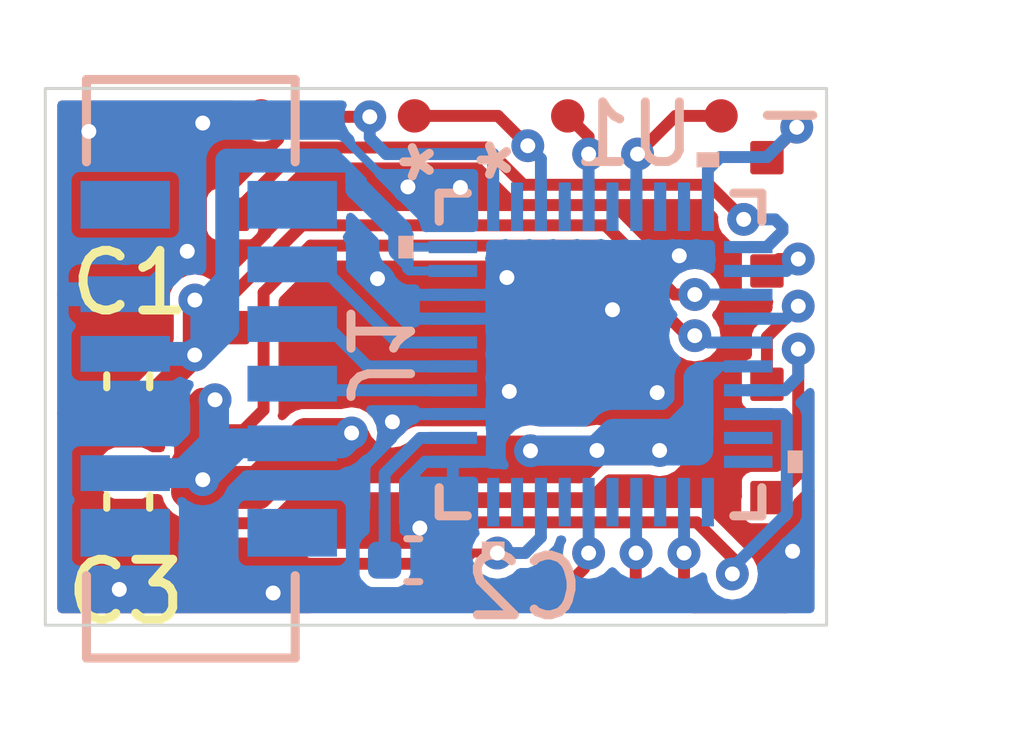
<source format=kicad_pcb>
(kicad_pcb (version 20240108) (generator "pcbnew") (generator_version "8.0")
  (layers (0 "F.Cu" signal) (31 "B.Cu" signal) (34 "B.Paste" user) (35 "F.Paste" user) (36 "B.SilkS" user "B.Silkscreen") (37 "F.SilkS" user "F.Silkscreen") (38 "B.Mask" user) (39 "F.Mask" user) (44 "Edge.Cuts" user))
  (net 0 "")
  (net 1 "+5V")
  (net 2 "GND")
  (net 3 "Net-(U1-VCAP)")
  (net 4 "/VLED")
  (net 6 "/SDA")
  (net 7 "/SCL")
  (net 8 "/Vsync")
  (net 9 "/Col5")
  (net 10 "/Col6")
  (net 11 "/Col7")
  (net 12 "/Row7")
  (net 14 "/Row2")
  (net 15 "/Col2")
  (net 16 "/Col3")
  (net 17 "/Row1")
  (net 19 "/Row4")
  (net 21 "/Row3")
  (net 25 "/Col4")
  (net 26 "/Row6")
  (net 27 "/Col1")
  (net 28 "/Row5")
  (net 30 "/Col8")
  (net 33 "/Row8")
  (footprint "Capacitor_SMD:C_0402_1005Metric" (layer "F.Cu") (at 47.52 34.61 90)
    (property "Reference" "C1" (at 1.65 0.03 180) (layer "F.SilkS"))
    (property "Value" "1µF")
    (fp_line (start -0.107836 -0.36) (end 0.107836 -0.36) (stroke (width 0.12)) (layer "F.SilkS"))
    (fp_line (start -0.107836 0.36) (end 0.107836 0.36) (stroke (width 0.12)) (layer "F.SilkS"))
    (pad "1" smd roundrect (at -0.48 0 90) (size 0.56 0.62) (layers "F.Cu" "F.Paste" "F.Mask") (net 1 "+5V"))
    (pad "2" smd roundrect (at 0.48 0 90) (size 0.56 0.62) (layers "F.Cu" "F.Paste" "F.Mask") (net 2 "GND"))
  )
  (footprint "Capacitor_SMD:C_0402_1005Metric" (layer "F.Cu") (at 47.52 36.63 90)
    (property "Reference" "C3" (at -1.51 -0.04 0) (layer "F.SilkS"))
    (property "Value" "1µF")
    (fp_line (start -0.107836 -0.36) (end 0.107836 -0.36) (stroke (width 0.12)) (layer "F.SilkS"))
    (fp_line (start -0.107836 0.36) (end 0.107836 0.36) (stroke (width 0.12)) (layer "F.SilkS"))
    (pad "1" smd roundrect (at -0.48 0 90) (size 0.56 0.62) (layers "F.Cu" "F.Paste" "F.Mask") (net 2 "GND"))
    (pad "2" smd roundrect (at 0.48 0 90) (size 0.56 0.62) (layers "F.Cu" "F.Paste" "F.Mask") (net 4 "/VLED"))
  )
  (footprint "Capacitor_SMD:C_0402_1005Metric" (layer "B.Cu") (at 52.3 37.61)
    (property "Reference" "C2" (at 1.86 0.46 180) (layer "B.SilkS") (effects (justify mirror)))
    (property "Value" "1µF")
    (fp_line (start 0.107836 -0.36) (end -0.107836 -0.36) (stroke (width 0.12)) (layer "B.SilkS"))
    (fp_line (start 0.107836 0.36) (end -0.107836 0.36) (stroke (width 0.12)) (layer "B.SilkS"))
    (pad "1" smd roundrect (at -0.48 0) (size 0.56 0.62) (layers "B.Cu" "B.Paste" "B.Mask") (net 3 "Net-(U1-VCAP)"))
    (pad "2" smd roundrect (at 0.48 0) (size 0.56 0.62) (layers "B.Cu" "B.Paste" "B.Mask") (net 2 "GND"))
  )
  (footprint "Custom:heatsink" (layer "B.Cu") (at 59.23 29.95 180)
    (property "Reference" "HS1" (hide yes))
    (property "Value" "Heatsink")
  )
  (footprint "Custom:CON_525590870_MOL - 8x ribbon vert" (layer "B.Cu") (at 48.87 34.4 -90)
    (property "Reference" "J1" (at -0.25 -2.84 -90) (layer "B.SilkS") (effects (justify mirror)))
    (property "Value" "0525590870" (hide yes))
    (fp_line (start -4.84999 2.050001) (end -3.470035 2.050001) (stroke (width 0.1524)) (layer "B.SilkS"))
    (fp_line (start 3.470035 2.050001) (end 4.84999 2.050001) (stroke (width 0.1524)) (layer "B.SilkS"))
    (fp_line (start 4.84999 2.050001) (end 4.84999 -1.45) (stroke (width 0.1524)) (layer "B.SilkS"))
    (fp_line (start -4.84999 -1.45) (end -4.84999 2.050001) (stroke (width 0.1524)) (layer "B.SilkS"))
    (fp_line (start -3.470035 -1.45) (end -4.84999 -1.45) (stroke (width 0.1524)) (layer "B.SilkS"))
    (fp_line (start 4.84999 -1.45) (end 3.470035 -1.45) (stroke (width 0.1524)) (layer "B.SilkS"))
    (fp_text user "*" (at -3.95 -4.4 90) (layer "B.SilkS") (effects (justify left bottom mirror)))
    (pad "1" smd rect (at -1.749996 -1.4 270) (size 0.6 1.5) (layers "B.Cu" "B.Paste" "B.Mask") (net 6 "/SDA"))
    (pad "2" smd rect (at -1.249996 1.4 270) (size 0.6 1.5) (layers "B.Cu" "B.Paste" "B.Mask") (net 2 "GND"))
    (pad "3" smd rect (at -0.749996 -1.4 270) (size 0.6 1.5) (layers "B.Cu" "B.Paste" "B.Mask") (net 7 "/SCL"))
    (pad "4" smd rect (at -0.249996 1.4 270) (size 0.6 1.5) (layers "B.Cu" "B.Paste" "B.Mask") (net 1 "+5V"))
    (pad "5" smd rect (at 0.250004 -1.4 270) (size 0.6 1.5) (layers "B.Cu" "B.Paste" "B.Mask") (net 8 "/Vsync"))
    (pad "6" smd rect (at 0.750004 1.4 270) (size 0.6 1.5) (layers "B.Cu" "B.Paste" "B.Mask") (net 2 "GND"))
    (pad "7" smd rect (at 1.250004 -1.4 270) (size 0.6 1.5) (layers "B.Cu" "B.Paste" "B.Mask") (net 4 "/VLED"))
    (pad "8" smd rect (at 1.750004 1.4 270) (size 0.6 1.5) (layers "B.Cu" "B.Paste" "B.Mask") (net 4 "/VLED"))
    (pad "9" smd rect (at -2.749995 -1.4 270) (size 0.8 1.5) (layers "B.Cu" "B.Paste" "B.Mask"))
    (pad "9" smd rect (at -2.749995 1.4 270) (size 0.8 1.5) (layers "B.Cu" "B.Paste" "B.Mask"))
    (pad "9" smd rect (at 2.749995 -1.4 270) (size 0.8 1.5) (layers "B.Cu" "B.Paste" "B.Mask"))
    (pad "9" smd rect (at 2.749995 1.4 270) (size 0.8 1.5) (layers "B.Cu" "B.Paste" "B.Mask"))
  )
  (footprint "Custom:VQFN40-RKP_TEX" (layer "B.Cu") (at 55.44 34.16 -90)
    (property "Reference" "U1" (at -3.69 -0.56 0) (layer "B.SilkS") (effects (justify mirror)))
    (property "Value" "LP5868TRKPR" (hide yes))
    (fp_line (start -2.7051 2.7051) (end -2.7051 2.234339) (stroke (width 0.1524)) (layer "B.SilkS"))
    (fp_line (start -2.234339 2.7051) (end -2.7051 2.7051) (stroke (width 0.1524)) (layer "B.SilkS"))
    (fp_line (start 2.7051 2.7051) (end 2.234339 2.7051) (stroke (width 0.1524)) (layer "B.SilkS"))
    (fp_line (start 2.7051 2.234339) (end 2.7051 2.7051) (stroke (width 0.1524)) (layer "B.SilkS"))
    (fp_line (start -2.7051 -2.234339) (end -2.7051 -2.7051) (stroke (width 0.1524)) (layer "B.SilkS"))
    (fp_line (start -2.7051 -2.7051) (end -2.234339 -2.7051) (stroke (width 0.1524)) (layer "B.SilkS"))
    (fp_line (start 2.234339 -2.7051) (end 2.7051 -2.7051) (stroke (width 0.1524)) (layer "B.SilkS"))
    (fp_line (start 2.7051 -2.7051) (end 2.7051 -2.234339) (stroke (width 0.1524)) (layer "B.SilkS"))
    (fp_poly (pts (xy -1.990499 3.1369) (xy -1.990499 3.3909) (xy -1.609499 3.3909) (xy -1.609499 3.1369)) (fill solid) (layer "B.SilkS"))
    (fp_poly (pts (xy 3.3909 1.990499) (xy 3.3909 1.609499) (xy 3.1369 1.609499) (xy 3.1369 1.990499)) (fill solid) (layer "B.SilkS"))
    (fp_poly (pts (xy -3.3909 -1.609499) (xy -3.3909 -1.990499) (xy -3.1369 -1.990499) (xy -3.1369 -1.609499)) (fill solid) (layer "B.SilkS"))
    (fp_poly (pts (xy 1.609499 -3.1369) (xy 1.609499 -3.3909) (xy 1.990499 -3.3909) (xy 1.990499 -3.1369)) (fill solid) (layer "B.SilkS"))
    (fp_text user "*" (at -3.26 1.46 90) (layer "B.SilkS") (effects (justify mirror)))
    (pad "1" smd rect (at -2.4765 1.799999 180) (size 0.2032 0.8128) (layers "B.Cu" "B.Paste" "B.Mask") (net 33 "/Row8"))
    (pad "2" smd rect (at -2.4765 1.4 180) (size 0.2032 0.8128) (layers "B.Cu" "B.Paste" "B.Mask"))
    (pad "3" smd rect (at -2.4765 1.000001 180) (size 0.2032 0.8128) (layers "B.Cu" "B.Paste" "B.Mask") (net 26 "/Row6"))
    (pad "4" smd rect (at -2.4765 0.599999 180) (size 0.2032 0.8128) (layers "B.Cu" "B.Paste" "B.Mask"))
    (pad "5" smd rect (at -2.4765 0.2 180) (size 0.2032 0.8128) (layers "B.Cu" "B.Paste" "B.Mask") (net 19 "/Row4"))
    (pad "6" smd rect (at -2.4765 -0.2 180) (size 0.2032 0.8128) (layers "B.Cu" "B.Paste" "B.Mask"))
    (pad "7" smd rect (at -2.4765 -0.599999 180) (size 0.2032 0.8128) (layers "B.Cu" "B.Paste" "B.Mask") (net 14 "/Row2"))
    (pad "8" smd rect (at -2.4765 -1.000001 180) (size 0.2032 0.8128) (layers "B.Cu" "B.Paste" "B.Mask"))
    (pad "9" smd rect (at -2.4765 -1.4 180) (size 0.2032 0.8128) (layers "B.Cu" "B.Paste" "B.Mask"))
    (pad "10" smd rect (at -2.4765 -1.799999 180) (size 0.2032 0.8128) (layers "B.Cu" "B.Paste" "B.Mask") (net 27 "/Col1"))
    (pad "11" smd rect (at -1.799999 -2.4765 270) (size 0.2032 0.8128) (layers "B.Cu" "B.Paste" "B.Mask") (net 15 "/Col2"))
    (pad "12" smd rect (at -1.4 -2.4765 270) (size 0.2032 0.8128) (layers "B.Cu" "B.Paste" "B.Mask") (net 16 "/Col3"))
    (pad "13" smd rect (at -1.000001 -2.4765 270) (size 0.2032 0.8128) (layers "B.Cu" "B.Paste" "B.Mask") (net 25 "/Col4"))
    (pad "14" smd rect (at -0.599999 -2.4765 270) (size 0.2032 0.8128) (layers "B.Cu" "B.Paste" "B.Mask") (net 9 "/Col5"))
    (pad "15" smd rect (at -0.2 -2.4765 270) (size 0.2032 0.8128) (layers "B.Cu" "B.Paste" "B.Mask") (net 10 "/Col6"))
    (pad "16" smd rect (at 0.2 -2.4765 270) (size 0.2032 0.8128) (layers "B.Cu" "B.Paste" "B.Mask") (net 4 "/VLED"))
    (pad "17" smd rect (at 0.599999 -2.4765 270) (size 0.2032 0.8128) (layers "B.Cu" "B.Paste" "B.Mask") (net 11 "/Col7"))
    (pad "18" smd rect (at 1.000001 -2.4765 270) (size 0.2032 0.8128) (layers "B.Cu" "B.Paste" "B.Mask") (net 30 "/Col8"))
    (pad "19" smd rect (at 1.4 -2.4765 270) (size 0.2032 0.8128) (layers "B.Cu" "B.Paste" "B.Mask"))
    (pad "20" smd rect (at 1.799999 -2.4765 270) (size 0.2032 0.8128) (layers "B.Cu" "B.Paste" "B.Mask"))
    (pad "21" smd rect (at 2.4765 -1.799999 180) (size 0.2032 0.8128) (layers "B.Cu" "B.Paste" "B.Mask"))
    (pad "22" smd rect (at 2.4765 -1.4 180) (size 0.2032 0.8128) (layers "B.Cu" "B.Paste" "B.Mask") (net 17 "/Row1"))
    (pad "23" smd rect (at 2.4765 -1.000001 180) (size 0.2032 0.8128) (layers "B.Cu" "B.Paste" "B.Mask"))
    (pad "24" smd rect (at 2.4765 -0.599999 180) (size 0.2032 0.8128) (layers "B.Cu" "B.Paste" "B.Mask") (net 21 "/Row3"))
    (pad "25" smd rect (at 2.4765 -0.2 180) (size 0.2032 0.8128) (layers "B.Cu" "B.Paste" "B.Mask"))
    (pad "26" smd rect (at 2.4765 0.2 180) (size 0.2032 0.8128) (layers "B.Cu" "B.Paste" "B.Mask") (net 28 "/Row5"))
    (pad "27" smd rect (at 2.4765 0.599999 180) (size 0.2032 0.8128) (layers "B.Cu" "B.Paste" "B.Mask"))
    (pad "28" smd rect (at 2.4765 1.000001 180) (size 0.2032 0.8128) (layers "B.Cu" "B.Paste" "B.Mask") (net 12 "/Row7"))
    (pad "29" smd rect (at 2.4765 1.4 180) (size 0.2032 0.8128) (layers "B.Cu" "B.Paste" "B.Mask"))
    (pad "30" smd rect (at 2.4765 1.799999 180) (size 0.2032 0.8128) (layers "B.Cu" "B.Paste" "B.Mask"))
    (pad "31" smd rect (at 1.799999 2.4765 270) (size 0.2032 0.8128) (layers "B.Cu" "B.Paste" "B.Mask") (net 2 "GND"))
    (pad "32" smd rect (at 1.4 2.4765 270) (size 0.2032 0.8128) (layers "B.Cu" "B.Paste" "B.Mask") (net 3 "Net-(U1-VCAP)"))
    (pad "33" smd rect (at 1.000001 2.4765 270) (size 0.2032 0.8128) (layers "B.Cu" "B.Paste" "B.Mask") (net 2 "GND"))
    (pad "34" smd rect (at 0.599999 2.4765 270) (size 0.2032 0.8128) (layers "B.Cu" "B.Paste" "B.Mask") (net 8 "/Vsync"))
    (pad "35" smd rect (at 0.2 2.4765 270) (size 0.2032 0.8128) (layers "B.Cu" "B.Paste" "B.Mask") (net 7 "/SCL"))
    (pad "36" smd rect (at -0.2 2.4765 270) (size 0.2032 0.8128) (layers "B.Cu" "B.Paste" "B.Mask") (net 6 "/SDA"))
    (pad "37" smd rect (at -0.599999 2.4765 270) (size 0.2032 0.8128) (layers "B.Cu" "B.Paste" "B.Mask") (net 2 "GND"))
    (pad "38" smd rect (at -1.000001 2.4765 270) (size 0.2032 0.8128) (layers "B.Cu" "B.Paste" "B.Mask") (net 2 "GND"))
    (pad "39" smd rect (at -1.4 2.4765 270) (size 0.2032 0.8128) (layers "B.Cu" "B.Paste" "B.Mask") (net 1 "+5V"))
    (pad "40" smd rect (at -1.799999 2.4765 270) (size 0.2032 0.8128) (layers "B.Cu" "B.Paste" "B.Mask") (net 1 "+5V"))
  )
  (gr_circle (center 54.89 30.16) (end 54.89 30.390217) (stroke (width 0.1)) (fill solid) (layer "F.Cu") (net 19))
  (gr_rect (start 58 34.43) (end 58.46 34.89) (stroke (width 0.1)) (fill solid) (layer "F.Cu") (net 9))
  (gr_circle (center 57.46 30.16) (end 57.46 30.390217) (stroke (width 0.1)) (fill solid) (layer "F.Cu") (net 14))
  (gr_rect (start 58 30.63) (end 58.46 31.09) (stroke (width 0.1)) (fill solid) (layer "F.Cu") (net 27))
  (gr_circle (center 56.16 38.21) (end 56.16 38.440217) (stroke (width 0.1)) (fill solid) (layer "F.Cu") (net 21))
  (gr_rect (start 49.04 37.28) (end 49.5 37.74) (stroke (width 0.1)) (fill solid) (layer "F.Cu") (net 30))
  (gr_rect (start 58 36.33) (end 58.46 36.79) (stroke (width 0.1)) (fill solid) (layer "F.Cu") (net 11))
  (gr_rect (start 49.04 31.58) (end 49.5 32.04) (stroke (width 0.1)) (fill solid) (layer "F.Cu") (net 15))
  (gr_rect (start 49.04 35.38) (end 49.5 35.84) (stroke (width 0.1)) (fill solid) (layer "F.Cu") (net 10))
  (gr_circle (center 49.75 30.16) (end 49.75 30.390217) (stroke (width 0.1)) (fill solid) (layer "F.Cu") (net 33))
  (gr_circle (center 58.73 38.21) (end 58.73 38.440217) (stroke (width 0.1)) (fill solid) (layer "F.Cu") (net 17))
  (gr_circle (center 51.02 38.21) (end 51.02 38.440217) (stroke (width 0.1)) (fill solid) (layer "F.Cu") (net 12))
  (gr_circle (center 53.59 38.21) (end 53.59 38.440217) (stroke (width 0.1)) (fill solid) (layer "F.Cu") (net 28))
  (gr_rect (start 49.04 33.48) (end 49.5 33.94) (stroke (width 0.1)) (fill solid) (layer "F.Cu") (net 25))
  (gr_rect (start 58 32.53) (end 58.46 32.99) (stroke (width 0.1)) (fill solid) (layer "F.Cu") (net 16))
  (gr_circle (center 52.32 30.16) (end 52.32 30.390217) (stroke (width 0.1)) (fill solid) (layer "F.Cu") (net 26))
  (gr_rect (start 46.13 29.7) (end 59.23 38.7) (stroke (width 0.05)) (fill none) (layer "Edge.Cuts"))
  (gr_text "-" (at 57.9 30.66 0) (layer "B.SilkS") (effects (font (size 1 1)) (justify left bottom)))
  (gr_text "-" (at 57.9 30.66 0) (layer "F.SilkS") (effects (font (size 1 1)) (justify left bottom)))
  (segment (start 48.635002 34.17) (end 48.635002 34.334998) (width 0.15) (layer "F.Cu") (net 1))
  (segment (start 48.635002 33.24985) (end 48.637223 33.247629) (width 0.15) (layer "F.Cu") (net 1))
  (segment (start 47.715002 35.09) (end 47.52 35.09) (width 0.4) (layer "F.Cu") (net 1))
  (segment (start 48.635002 34.17) (end 48.635002 33.24985) (width 0.4) (layer "F.Cu") (net 1))
  (segment (start 48.635002 34.17) (end 47.715002 35.09) (width 0.4) (layer "F.Cu") (net 1))
  (via (at 48.635002 34.17) (size 0.55) (drill 0.25) (layers "F.Cu" "B.Cu") (net 1))
  (via (at 48.637223 33.247629) (size 0.55) (drill 0.25) (layers "F.Cu" "B.Cu") (net 1))
  (segment (start 52.23 32.15) (end 52.08 32.15) (width 0.15) (layer "B.Cu") (net 1))
  (segment (start 50.990005 31.040005) (end 50.93 30.98) (width 0.14) (layer "B.Cu") (net 1))
  (segment (start 51.23 31.040005) (end 50.990005 31.040005) (width 0.14) (layer "B.Cu") (net 1))
  (segment (start 47.47 34.150004) (end 48.615006 34.150004) (width 0.4) (layer "B.Cu") (net 1))
  (segment (start 50.93 30.98) (end 50.93 30.910005) (width 0.14) (layer "B.Cu") (net 1))
  (segment (start 51.450129 31.239515) (end 51.450129 31.459871) (width 0.14) (layer "B.Cu") (net 1))
  (segment (start 51.370258 31.38) (end 51.33 31.38) (width 0.14) (layer "B.Cu") (net 1))
  (segment (start 52.23 32.15) (end 52.23 32.38) (width 0.15) (layer "B.Cu") (net 1))
  (segment (start 52.19 32.727035) (end 52.19 32.687035) (width 0.15) (layer "B.Cu") (net 1))
  (segment (start 49.18 33.73) (end 49.18 31.17) (width 0.4) (layer "B.Cu") (net 1))
  (segment (start 48.635002 34.17) (end 48.74 34.17) (width 0.4) (layer "B.Cu") (net 1))
  (segment (start 52.23 32.76) (end 52.23 32.727035) (width 0.15) (layer "B.Cu") (net 1))
  (segment (start 52.249999 32.360001) (end 52.23 32.38) (width 0.15) (layer "B.Cu") (net 1))
  (segment (start 51.370258 31.38) (end 51.370258 31.239742) (width 0.14) (layer "B.Cu") (net 1))
  (segment (start 51.33 31.38) (end 51.23 31.28) (width 0.14) (layer "B.Cu") (net 1))
  (segment (start 48.637223 34.167779) (end 48.635002 34.17) (width 0.15) (layer "B.Cu") (net 1))
  (segment (start 51.98 31.989742) (end 52.08 32.089742) (width 0.4) (layer "B.Cu") (net 1))
  (segment (start 48.74 34.17) (end 49.18 33.73) (width 0.4) (layer "B.Cu") (net 1))
  (segment (start 51.370258 31.38) (end 51.36 31.38) (width 0.4) (layer "B.Cu") (net 1))
  (segment (start 50.990614 30.78) (end 50.55 30.78) (width 0.14) (layer "B.Cu") (net 1))
  (segment (start 52.08 32.089742) (end 52.08 32.400258) (width 0.4) (layer "B.Cu") (net 1))
  (segment (start 52.23 32.38) (end 52.23 32.76) (width 0.15) (layer "B.Cu") (net 1))
  (segment (start 52.23 32.76) (end 52.9635 32.76) (width 0.15) (layer "B.Cu") (net 1))
  (segment (start 49.18 30.910005) (end 50.4 30.910005) (width 0.4) (layer "B.Cu") (net 1))
  (segment (start 49.18 31.17) (end 49.18 30.910005) (width 0.4) (layer "B.Cu") (net 1))
  (segment (start 50.93 30.910005) (end 51.120619 30.910005) (width 0.14) (layer "B.Cu") (net 1))
  (segment (start 50.62 30.910005) (end 50.93 30.910005) (width 0.4) (layer "B.Cu") (net 1))
  (segment (start 48.637223 33.247629) (end 48.637223 34.167779) (width 0.15) (layer "B.Cu") (net 1))
  (segment (start 51.370258 31.38) (end 51.370258 31.159644) (width 0.14) (layer "B.Cu") (net 1))
  (segment (start 52.9635 32.360001) (end 52.249999 32.360001) (width 0.15) (layer "B.Cu") (net 1))
  (segment (start 52.23 32.727035) (end 52.19 32.727035) (width 0.15) (layer "B.Cu") (net 1))
  (segment (start 51.98 31.989742) (end 51.450129 31.459871) (width 0.4) (layer "B.Cu") (net 1))
  (segment (start 51.370258 31.159644) (end 50.990614 30.78) (width 0.14) (layer "B.Cu") (net 1))
  (segment (start 51.120619 30.910005) (end 51.450129 31.239515) (width 0.14) (layer "B.Cu") (net 1))
  (segment (start 51.370258 31.239742) (end 51.410307 31.199693) (width 0.14) (layer "B.Cu") (net 1))
  (segment (start 50.4 30.910005) (end 50.62 30.910005) (width 0.4) (layer "B.Cu") (net 1))
  (segment (start 51.450129 31.459871) (end 51.370258 31.38) (width 0.4) (layer "B.Cu") (net 1))
  (segment (start 51.23 31.28) (end 51.23 31.040005) (width 0.14) (layer "B.Cu") (net 1))
  (segment (start 47.02 34.150004) (end 47.47 34.150004) (width 0.2) (layer "B.Cu") (net 1))
  (segment (start 52.19 32.687035) (end 51.986482 32.483517) (width 0.15) (layer "B.Cu") (net 1))
  (segment (start 48.615006 34.150004) (end 48.635002 34.17) (width 0.4) (layer "B.Cu") (net 1))
  (segment (start 49.905832 31.655) (end 52.62 31.655) (width 0.2) (layer "F.Cu") (net 2))
  (segment (start 47.92 37.12) (end 48.05 36.99) (width 0.2) (layer "F.Cu") (net 2))
  (segment (start 56.745098 32.49) (end 56.76 32.504902) (width 0.2) (layer "F.Cu") (net 2))
  (segment (start 57.71 33.110122) (end 57.71 36.54) (width 0.2) (layer "F.Cu") (net 2))
  (segment (start 57.119168 31.655) (end 57.119168 31.902488) (width 0.2) (layer "F.Cu") (net 2))
  (segment (start 57.71 36.910122) (end 58.259878 37.46) (width 0.2) (layer "F.Cu") (net 2))
  (segment (start 57.959878 33.36) (end 58.11 33.36) (width 0.2) (layer "F.Cu") (net 2))
  (segment (start 57.615 36.635) (end 57.51 36.635) (width 0.2) (layer "F.Cu") (net 2))
  (segment (start 57.51 36.635) (end 57.51 36.67) (width 0.2) (layer "F.Cu") (net 2))
  (segment (start 57.175098 32.504902) (end 57.44834 32.23166) (width 0.2) (layer "F.Cu") (net 2))
  (segment (start 49.820416 32.129706) (end 49.820416 31.740416) (width 0.2) (layer "F.Cu") (net 2))
  (segment (start 57.119168 31.902488) (end 57.44834 32.23166) (width 0.2) (layer "F.Cu") (net 2))
  (segment (start 52.62 31.655) (end 52.795 31.655) (width 0.2) (layer "F.Cu") (net 2))
  (segment (start 49.620122 32.33) (end 49.820416 32.129706) (width 0.2) (layer "F.Cu") (net 2))
  (segment (start 57.71 33.110122) (end 57.959878 33.36) (width 0.2) (layer "F.Cu") (net 2))
  (segment (start 52.76 37.07) (end 52.41 37.07) (width 0.2) (layer "F.Cu") (net 2))
  (segment (start 57.51 36.67) (end 57.71 36.87) (width 0.2) (layer "F.Cu") (net 2))
  (segment (start 49.299167 32.33) (end 49.620122 32.33) (width 0.2) (layer "F.Cu") (net 2))
  (segment (start 57.71 36.54) (end 57.615 36.635) (width 0.2) (layer "F.Cu") (net 2))
  (segment (start 49.820416 31.740416) (end 49.905832 31.655) (width 0.2) (layer "F.Cu") (net 2))
  (segment (start 56.76 32.504902) (end 57.175098 32.504902) (width 0.2) (layer "F.Cu") (net 2))
  (segment (start 48.05 36.99) (end 52.33 36.99) (width 0.2) (layer "F.Cu") (net 2))
  (segment (start 57.51 36.635) (end 53.195 36.635) (width 0.2) (layer "F.Cu") (net 2))
  (segment (start 58.259878 37.46) (end 58.66 37.46) (width 0.2) (layer "F.Cu") (net 2))
  (segment (start 57.71 32.49332) (end 57.71 33.110122) (width 0.2) (layer "F.Cu") (net 2))
  (segment (start 52.62 31.655) (end 57.119168 31.655) (width 0.2) (layer "F.Cu") (net 2))
  (segment (start 57.71 36.87) (end 57.71 36.910122) (width 0.2) (layer "F.Cu") (net 2))
  (segment (start 52.33 36.99) (end 52.41 37.07) (width 0.2) (layer "F.Cu") (net 2))
  (segment (start 57.44834 32.23166) (end 57.71 32.49332) (width 0.2) (layer "F.Cu") (net 2))
  (segment (start 52.795 31.655) (end 52.97 31.48) (width 0.2) (layer "F.Cu") (net 2))
  (segment (start 53.195 36.635) (end 52.76 37.07) (width 0.2) (layer "F.Cu") (net 2))
  (via (at 51.7 32.89) (size 0.55) (drill 0.25) (layers "F.Cu" "B.Cu") (net 2))
  (via (at 51.95 35.29) (size 0.55) (drill 0.25) (layers "F.Cu" "B.Cu") (net 2))
  (via (at 47.37 38.1) (size 0.55) (drill 0.25) (layers "F.Cu" "B.Cu") (net 2))
  (via (at 48.51 32.43) (size 0.55) (drill 0.25) (layers "F.Cu" "B.Cu") (net 2))
  (via (at 53.09 31.36) (size 0.55) (drill 0.25) (layers "F.Cu" "B.Cu") (net 2))
  (via (at 55.64 33.41) (size 0.55) (drill 0.25) (layers "F.Cu" "B.Cu") (net 2))
  (via (at 52.21 31.35) (size 0.55) (drill 0.25) (layers "F.Cu" "B.Cu") (net 2))
  (via (at 58.66 37.46) (size 0.55) (drill 0.25) (layers "F.Cu" "B.Cu") (net 2))
  (via (at 46.86 30.42) (size 0.55) (drill 0.25) (layers "F.Cu" "B.Cu") (net 2))
  (via (at 52.41 37.07) (size 0.55) (drill 0.25) (layers "F.Cu" "B.Cu") (net 2))
  (via (at 53.91 34.78) (size 0.55) (drill 0.25) (layers "F.Cu" "B.Cu") (net 2))
  (via (at 48.77 30.28) (size 0.55) (drill 0.25) (layers "F.Cu" "B.Cu") (net 2))
  (via (at 56.76 32.504902) (size 0.55) (drill 0.25) (layers "F.Cu" "B.Cu") (net 2))
  (via (at 53.87 32.87) (size 0.55) (drill 0.25) (layers "F.Cu" "B.Cu") (net 2))
  (via (at 49.95 38.16) (size 0.55) (drill 0.25) (layers "F.Cu" "B.Cu") (net 2))
  (via (at 56.39 34.8) (size 0.55) (drill 0.25) (layers "F.Cu" "B.Cu") (net 2))
  (segment (start 51.518718 38.16) (end 52.23 38.16) (width 0.2) (layer "B.Cu") (net 2))
  (segment (start 52.21 31.35) (end 51.956594 31.35) (width 0.14) (layer "B.Cu") (net 2))
  (segment (start 51.266594 30.66) (end 51.266594 30.656594) (width 0.14) (layer "B.Cu") (net 2))
  (segment (start 52.160003 33.159999) (end 52.9635 33.159999) (width 0.2) (layer "B.Cu") (net 2))
  (segment (start 51.956594 31.35) (end 51.266594 30.66) (width 0.14) (layer "B.Cu") (net 2))
  (segment (start 46.48 38) (end 46.48 34.690004) (width 0.2) (layer "B.Cu") (net 2))
  (segment (start 52.160001 33.560001) (end 54.520001 33.560001) (width 0.2) (layer "B.Cu") (net 2))
  (segment (start 51.970001 33.160001) (end 51.7 32.89) (width 0.2) (layer "B.Cu") (net 2))
  (segment (start 48.149995 38.1) (end 47.37 38.1) (width 0.2) (layer "B.Cu") (net 2))
  (segment (start 51.679167 35.8171) (end 51.48 36.016267) (width 0.2) (layer "B.Cu") (net 2))
  (segment (start 48.46 37.329995) (end 48.46 37.789995) (width 0.2) (layer "B.Cu") (net 2))
  (segment (start 52.059999 35.160001) (end 51.93 35.29) (width 0.2) (layer "B.Cu") (net 2))
  (segment (start 52.16 36.97) (end 52.78 37.59) (width 0.2) (layer "B.Cu") (net 2))
  (segment (start 52.9635 35.160001) (end 53.749999 35.160001) (width 0.2) (layer "B.Cu") (net 2))
  (segment (start 52.160003 33.159999) (end 54.079999 33.159999) (width 0.2) (layer "B.Cu") (net 2))
  (segment (start 47.47 35.150004) (end 47.92 35.150004) (width 0.15) (layer "B.Cu") (net 2))
  (segment (start 53.749999 35.959999) (end 52.9635 35.959999) (width 0.2) (layer "B.Cu") (net 2))
  (segment (start 48.51 32.43) (end 48.51 32.50511) (width 0.4) (layer "B.Cu") (net 2))
  (segment (start 52.497933 35.959999) (end 52.16 36.297932) (width 0.2) (layer "B.Cu") (net 2))
  (segment (start 52.160001 33.160001) (end 52.160003 33.159999) (width 0.2) (layer "B.Cu") (net 2))
  (segment (start 46.58 38.1) (end 46.48 38) (width 0.2) (layer "B.Cu") (net 2))
  (segment (start 51.299996 36.91) (end 51.299996 36.549991) (width 0.2) (layer "B.Cu") (net 2))
  (segment (start 52.9635 36.5165) (end 52.41 37.07) (width 0.2) (layer "B.Cu") (net 2))
  (segment (start 51.26 36.509995) (end 49.28 36.509995) (width 0.2) (layer "B.Cu") (net 2))
  (segment (start 52.160001 33.160001) (end 51.970001 33.160001) (width 0.2) (layer "B.Cu") (net 2))
  (segment (start 52.78 37.59) (end 52.78 37.61) (width 0.2) (layer "B.Cu") (net 2))
  (segment (start 47.47 35.150004) (end 46.53 35.150004) (width 0.4) (layer "B.Cu") (net 2))
  (segment (start 52.23 38.16) (end 52.78 37.61) (width 0.2) (layer "B.Cu") (net 2))
  (segment (start 48.51 32.50511) (end 47.865106 33.150004) (width 0.4) (layer "B.Cu") (net 2))
  (segment (start 49.28 36.509995) (end 48.46 37.329995) (width 0.2) (layer "B.Cu") (net 2))
  (segment (start 52.160001 33.560001) (end 52.160001 33.160001) (width 0.2) (layer "B.Cu") (net 2))
  (segment (start 51.266594 30.656594) (end 50.89 30.28) (width 0.14) (layer "B.Cu") (net 2))
  (segment (start 47.47 33.150004) (end 46.530004 33.150004) (width 0.4) (layer "B.Cu") (net 2))
  (segment (start 47.865106 33.150004) (end 47.47 33.150004) (width 0.4) (layer "B.Cu") (net 2))
  (segment (start 53.749999 35.160001) (end 53.749999 35.959999) (width 0.2) (layer "B.Cu") (net 2))
  (segment (start 52.9635 33.560001) (end 52.160001 33.560001) (width 0.2) (layer "B.Cu") (net 2))
  (segment (start 47.37 38.1) (end 46.58 38.1) (width 0.2) (layer "B.Cu") (net 2))
  (segment (start 51.299996 36.549991) (end 51.26 36.509995) (width 0.2) (layer "B.Cu") (net 2))
  (segment (start 52.9635 35.160001) (end 52.059999 35.160001) (width 0.2) (layer "B.Cu") (net 2))
  (segment (start 52.9635 35.959999) (end 52.497933 35.959999) (width 0.2) (layer "B.Cu") (net 2))
  (segment (start 52.9635 35.959999) (end 52.9635 36.5165) (width 0.2) (layer "B.Cu") (net 2))
  (segment (start 51.93 35.29) (end 51.93 35.566268) (width 0.2) (layer "B.Cu") (net 2))
  (segment (start 51.299996 37.941278) (end 51.299996 36.91) (width 0.2) (layer "B.Cu") (net 2))
  (segment (start 51.93 35.566268) (end 51.679167 35.8171) (width 0.2) (layer "B.Cu") (net 2))
  (segment (start 51.299996 37.941278) (end 51.518718 38.16) (width 0.2) (layer "B.Cu") (net 2))
  (segment (start 48.46 37.789995) (end 48.149995 38.1) (width 0.2) (layer "B.Cu") (net 2))
  (segment (start 51.48 36.729996) (end 51.299996 36.91) (width 0.2) (layer "B.Cu") (net 2))
  (segment (start 52.16 36.297932) (end 52.16 36.97) (width 0.2) (layer "B.Cu") (net 2))
  (segment (start 51.48 36.729996) (end 51.48 36.016267) (width 0.2) (layer "B.Cu") (net 2))
  (segment (start 50.89 30.28) (end 48.77 30.28) (width 0.14) (layer "B.Cu") (net 2))
  (segment (start 52.9635 35.56) (end 52.4171 35.56) (width 0.2) (layer "B.Cu") (net 3))
  (segment (start 51.82 36.1571) (end 51.82 37.61) (width 0.2) (layer "B.Cu") (net 3))
  (segment (start 52.4171 35.56) (end 51.82 36.1571) (width 0.2) (layer "B.Cu") (net 3))
  (segment (start 55.38 35.77) (end 55.08 36.07) (width 0.5) (layer "F.Cu") (net 4))
  (segment (start 55.08 36.07) (end 51.11 36.07) (width 0.5) (layer "F.Cu") (net 4))
  (segment (start 51.265768 35.476815) (end 51.265768 35.554232) (width 0.5) (layer "F.Cu") (net 4))
  (segment (start 49.08 36.5) (end 49.3 36.28) (width 0.5) (layer "F.Cu") (net 4))
  (segment (start 55.38 35.77) (end 54.270126 35.77) (width 0.5) (layer "F.Cu") (net 4))
  (segment (start 48.77 36.26) (end 49.06 36.55) (width 0.4) (layer "F.Cu") (net 4))
  (segment (start 51.265768 35.914232) (end 51.11 36.07) (width 0.5) (layer "F.Cu") (net 4))
  (segment (start 48.76058 34.91942) (end 48.49 35.19) (width 0.4) (layer "F.Cu") (net 4))
  (segment (start 48.49 35.98) (end 48.77 36.26) (width 0.5) (layer "F.Cu") (net 4))
  (segment (start 51.265768 35.476815) (end 50.485439 35.476815) (width 0.5) (layer "F.Cu") (net 4))
  (segment (start 51.265768 35.476815) (end 51.265768 35.914232) (width 0.5) (layer "F.Cu") (net 4))
  (segment (start 49.682254 36.28) (end 49.3 36.28) (width 0.5) (layer "F.Cu") (net 4))
  (segment (start 49.73 36.55) (end 50.21 36.07) (width 0.4) (layer "F.Cu") (net 4))
  (segment (start 48.49 35.98) (end 48.49 36.47) (width 0.5) (layer "F.Cu") (net 4))
  (segment (start 48.75 36.24) (end 48.77 36.26) (width 0.2) (layer "F.Cu") (net 4))
  (segment (start 51.265768 35.554232) (end 50.835768 35.554232) (width 0.5) (layer "F.Cu") (net 4))
  (segment (start 50.835768 35.794232) (end 50.56 36.07) (width 0.5) (layer "F.Cu") (net 4))
  (segment (start 48.49 36.47) (end 48.52 36.5) (width 0.5) (layer "F.Cu") (net 4))
  (segment (start 48.77 36.26) (end 48.79 36.28) (width 0.5) (layer "F.Cu") (net 4))
  (segment (start 51.11 36.07) (end 50.56 36.07) (width 0.5) (layer "F.Cu") (net 4))
  (segment (start 50.56 36.07) (end 50.21 36.07) (width 0.5) (layer "F.Cu") (net 4))
  (segment (start 50.835768 35.554232) (end 50.835768 35.794232) (width 0.5) (layer "F.Cu") (net 4))
  (segment (start 49.06 36.55) (end 49.73 36.55) (width 0.4) (layer "F.Cu") (net 4))
  (segment (start 48.52 36.5) (end 49.08 36.5) (width 0.5) (layer "F.Cu") (net 4))
  (segment (start 50.485439 35.476815) (end 49.682254 36.28) (width 0.5) (layer "F.Cu") (net 4))
  (segment (start 51.265768 35.566221) (end 51.265768 35.476815) (width 0.5) (layer "F.Cu") (net 4))
  (segment (start 48.77 36.26) (end 48.8 36.29) (width 0.5) (layer "F.Cu") (net 4))
  (segment (start 51.265768 35.476815) (end 51.253185 35.476815) (width 0.5) (layer "F.Cu") (net 4))
  (segment (start 55.38 35.77) (end 56.43 35.77) (width 0.5) (layer "F.Cu") (net 4))
  (segment (start 47.52 36.15) (end 48.66 36.15) (width 0.4) (layer "F.Cu") (net 4))
  (segment (start 54.270126 35.77) (end 54.264999 35.775127) (width 0.5) (layer "F.Cu") (net 4))
  (segment (start 48.75 35.145451) (end 48.75 36.24) (width 0.2) (layer "F.Cu") (net 4))
  (segment (start 48.66 36.15) (end 48.77 36.26) (width 0.4) (layer "F.Cu") (net 4))
  (segment (start 48.49 35.19) (end 48.49 35.98) (width 0.4) (layer "F.Cu") (net 4))
  (segment (start 49.3 36.28) (end 48.79 36.28) (width 0.5) (layer "F.Cu") (net 4))
  (segment (start 48.976031 34.91942) (end 48.75 35.145451) (width 0.2) (layer "F.Cu") (net 4))
  (segment (start 48.8 36.29) (end 48.81 36.28) (width 0.5) (layer "F.Cu") (net 4))
  (segment (start 48.976031 34.91942) (end 48.76058 34.91942) (width 0.2) (layer "F.Cu") (net 4))
  (via (at 56.43 35.77) (size 0.55) (drill 0.25) (layers "F.Cu" "B.Cu") (net 4))
  (via (at 48.976031 34.91942) (size 0.55) (drill 0.25) (layers "F.Cu" "B.Cu") (net 4))
  (via (at 51.265768 35.476815) (size 0.55) (drill 0.25) (layers "F.Cu" "B.Cu") (net 4))
  (via (at 55.38 35.77) (size 0.55) (drill 0.25) (layers "F.Cu" "B.Cu") (net 4))
  (via (at 48.77 36.26) (size 0.55) (drill 0.25) (layers "F.Cu" "B.Cu") (net 4))
  (via (at 54.264999 35.775127) (size 0.55) (drill 0.25) (layers "F.Cu" "B.Cu") (net 4))
  (segment (start 57.37 34.36) (end 57.28 34.36) (width 0.15) (layer "B.Cu") (net 4))
  (segment (start 57.08 34.56) (end 57.08 35.03) (width 0.4) (layer "B.Cu") (net 4))
  (segment (start 48.959996 35.650004) (end 48.959996 34.935455) (width 0.5) (layer "B.Cu") (net 4))
  (segment (start 54.264999 35.765001) (end 54.269998 35.77) (width 0.5) (layer "B.Cu") (net 4))
  (segment (start 57.37 34.36) (end 57.07 34.36) (width 0.15) (layer "B.Cu") (net 4))
  (segment (start 47.47 36.150004) (end 48.459996 36.150004) (width 0.5) (layer "B.Cu") (net 4))
  (segment (start 57.08 35.49) (end 57.08 34.98) (width 0.5) (layer "B.Cu") (net 4))
  (segment (start 48.459996 36.150004) (end 48.63 35.98) (width 0.5) (layer "B.Cu") (net 4))
  (segment (start 56.62 35.49) (end 57.08 35.49) (width 0.5) (layer "B.Cu") (net 4))
  (segment (start 48.77 36.26) (end 48.810004 36.26) (width 0.4) (layer "B.Cu") (net 4))
  (segment (start 57.08 34.98) (end 57.08 35.76) (width 0.5) (layer "B.Cu") (net 4))
  (segment (start 48.63 35.98) (end 48.959996 35.650004) (width 0.5) (layer "B.Cu") (net 4))
  (segment (start 57.9165 34.36) (end 57.46 34.36) (width 0.15) (layer "B.Cu") (net 4))
  (segment (start 56.43 35.77) (end 56.8 35.77) (width 0.5) (layer "B.Cu") (net 4))
  (segment (start 55.66 35.49) (end 56.62 35.49) (width 0.5) (layer "B.Cu") (net 4))
  (segment (start 57.07 34.36) (end 57.05 34.38) (width 0.15) (layer "B.Cu") (net 4))
  (segment (start 57.08 35.03) (end 56.62 35.49) (width 0.4) (layer "B.Cu") (net 4))
  (segment (start 57.07 35.77) (end 56.43 35.77) (width 0.5) (layer "B.Cu") (net 4))
  (segment (start 55.38 35.77) (end 55.66 35.49) (width 0.5) (layer "B.Cu") (net 4))
  (segment (start 56.8 35.77) (end 57.08 35.49) (width 0.5) (layer "B.Cu") (net 4))
  (segment (start 55.374873 35.775127) (end 55.38 35.77) (width 0.5) (layer "B.Cu") (net 4))
  (segment (start 48.660004 36.150004) (end 48.77 36.26) (width 0.5) (layer "B.Cu") (net 4))
  (segment (start 48.810004 36.26) (end 49.42 35.650004) (width 0.4) (layer "B.Cu") (net 4))
  (segment (start 47.47 36.150004) (end 48.660004 36.150004) (width 0.5) (layer "B.Cu") (net 4))
  (segment (start 56.43 35.77) (end 55.38 35.77) (width 0.5) (layer "B.Cu") (net 4))
  (segment (start 48.959996 35.650004) (end 49.42 35.650004) (width 0.5) (layer "B.Cu") (net 4))
  (segment (start 54.264999 35.775127) (end 55.374873 35.775127) (width 0.5) (layer "B.Cu") (net 4))
  (segment (start 57.08 34.98) (end 57.08 34.56) (width 0.5) (layer "B.Cu") (net 4))
  (segment (start 54.269998 35.77) (end 55.38 35.77) (width 0.5) (layer "B.Cu") (net 4))
  (segment (start 57.28 34.36) (end 57.08 34.56) (width 0.15) (layer "B.Cu") (net 4))
  (segment (start 57.46 34.36) (end 57.24 34.58) (width 0.15) (layer "B.Cu") (net 4))
  (segment (start 49.42 35.650004) (end 50.27 35.650004) (width 0.5) (layer "B.Cu") (net 4))
  (segment (start 57.08 35.76) (end 57.07 35.77) (width 0.5) (layer "B.Cu") (net 4))
  (segment (start 57.9165 34.36) (end 57.37 34.36) (width 0.15) (layer "B.Cu") (net 4))
  (segment (start 48.959996 34.935455) (end 48.976031 34.91942) (width 0.5) (layer "B.Cu") (net 4))
  (segment (start 54.264999 35.775127) (end 54.264999 35.765001) (width 0.5) (layer "B.Cu") (net 4))
  (segment (start 50.27 35.650004) (end 51.092579 35.650004) (width 0.5) (layer "B.Cu") (net 4))
  (segment (start 51.092579 35.650004) (end 51.265768 35.476815) (width 0.5) (layer "B.Cu") (net 4))
  (segment (start 52.9635 33.96) (end 52.03 33.96) (width 0.2) (layer "B.Cu") (net 6))
  (segment (start 52.03 33.96) (end 50.720004 32.650004) (width 0.2) (layer "B.Cu") (net 6))
  (segment (start 50.720004 32.650004) (end 50.27 32.650004) (width 0.2) (layer "B.Cu") (net 6))
  (segment (start 50.740004 32.650004) (end 50.27 32.650004) (width 0.2) (layer "B.Cu") (net 6))
  (segment (start 52.9635 34.36) (end 51.53 34.36) (width 0.2) (layer "B.Cu") (net 7))
  (segment (start 51.53 34.36) (end 50.820004 33.650004) (width 0.2) (layer "B.Cu") (net 7))
  (segment (start 50.820004 33.650004) (end 50.27 33.650004) (width 0.2) (layer "B.Cu") (net 7))
  (segment (start 50.379995 34.759999) (end 50.27 34.650004) (width 0.2) (layer "B.Cu") (net 8))
  (segment (start 52.9635 34.759999) (end 50.379995 34.759999) (width 0.2) (layer "B.Cu") (net 8))
  (segment (start 58.747794 33.349443) (end 58.755 33.349443) (width 0.2) (layer "F.Cu") (net 9))
  (segment (start 58.23 33.867237) (end 58.747794 33.349443) (width 0.2) (layer "F.Cu") (net 9))
  (segment (start 58.23 34.66) (end 58.23 33.867237) (width 0.2) (layer "F.Cu") (net 9))
  (via (at 58.755 33.349443) (size 0.55) (drill 0.25) (layers "F.Cu" "B.Cu") (net 9))
  (segment (start 58.755 33.349443) (end 58.544442 33.560001) (width 0.2) (layer "B.Cu") (net 9))
  (segment (start 58.544442 33.560001) (end 57.9165 33.560001) (width 0.2) (layer "B.Cu") (net 9))
  (segment (start 50.576786 32.335) (end 49.79 33.121786) (width 0.2) (layer "F.Cu") (net 10))
  (segment (start 57.02 33.845) (end 56.890946 33.845) (width 0.2) (layer "F.Cu") (net 10))
  (segment (start 49.27 35.61) (end 49.66 35.22) (width 0.2) (layer "F.Cu") (net 10))
  (segment (start 56.890946 33.845) (end 55.380946 32.335) (width 0.2) (layer "F.Cu") (net 10))
  (segment (start 55.380946 32.335) (end 50.576786 32.335) (width 0.2) (layer "F.Cu") (net 10))
  (segment (start 49.79 33.121786) (end 49.79 35.09) (width 0.2) (layer "F.Cu") (net 10))
  (segment (start 49.79 35.09) (end 49.66 35.22) (width 0.2) (layer "F.Cu") (net 10))
  (via (at 57.02 33.845) (size 0.55) (drill 0.25) (layers "F.Cu" "B.Cu") (net 10))
  (segment (start 57.25 33.96) (end 57.135 33.845) (width 0.2) (layer "B.Cu") (net 10))
  (segment (start 57.135 33.845) (end 57.02 33.845) (width 0.2) (layer "B.Cu") (net 10))
  (segment (start 57.9165 33.96) (end 57.25 33.96) (width 0.2) (layer "B.Cu") (net 10))
  (segment (start 58.36 36.56) (end 58.755 36.165) (width 0.2) (layer "F.Cu") (net 11))
  (segment (start 58.23 36.56) (end 58.36 36.56) (width 0.2) (layer "F.Cu") (net 11))
  (segment (start 58.755 36.165) (end 58.755 34.070557) (width 0.2) (layer "F.Cu") (net 11))
  (via (at 58.755 34.070557) (size 0.55) (drill 0.25) (layers "F.Cu" "B.Cu") (net 11))
  (segment (start 58.755 34.533401) (end 58.528402 34.759999) (width 0.2) (layer "B.Cu") (net 11))
  (segment (start 58.755 34.070557) (end 58.755 34.533401) (width 0.2) (layer "B.Cu") (net 11))
  (segment (start 58.528402 34.759999) (end 57.9165 34.759999) (width 0.2) (layer "B.Cu") (net 11))
  (segment (start 57.916499 34.76) (end 57.9165 34.759999) (width 0.2) (layer "B.Cu") (net 11))
  (segment (start 52.58 38.21) (end 53.3 37.49) (width 0.15) (layer "F.Cu") (net 12))
  (segment (start 51.02 38.21) (end 52.58 38.21) (width 0.15) (layer "F.Cu") (net 12))
  (segment (start 53.3 37.49) (end 53.71 37.49) (width 0.15) (layer "F.Cu") (net 12))
  (via (at 53.71 37.49) (size 0.55) (drill 0.25) (layers "F.Cu" "B.Cu") (net 12))
  (segment (start 54.1745 37.49) (end 54.439999 37.224501) (width 0.2) (layer "B.Cu") (net 12))
  (segment (start 54.439999 37.224501) (end 54.439999 36.6365) (width 0.2) (layer "B.Cu") (net 12))
  (segment (start 53.71 37.49) (end 54.1745 37.49) (width 0.2) (layer "B.Cu") (net 12))
  (segment (start 56.7 30.16) (end 57.46 30.16) (width 0.2) (layer "F.Cu") (net 14))
  (segment (start 56.06 30.8) (end 56.7 30.16) (width 0.2) (layer "F.Cu") (net 14))
  (via (at 56.06 30.8) (size 0.55) (drill 0.25) (layers "F.Cu" "B.Cu") (net 14))
  (segment (start 56.039999 30.820001) (end 56.06 30.8) (width 0.2) (layer "B.Cu") (net 14))
  (segment (start 56.039999 31.6835) (end 56.039999 30.820001) (width 0.2) (layer "B.Cu") (net 14))
  (segment (start 54.14668 31.315) (end 57.26 31.315) (width 0.2) (layer "F.Cu") (net 15))
  (segment (start 49.27 31.81) (end 50.39 30.69) (width 0.2) (layer "F.Cu") (net 15))
  (segment (start 50.39 30.69) (end 53.52168 30.69) (width 0.2) (layer "F.Cu") (net 15))
  (segment (start 53.52168 30.69) (end 54.14668 31.315) (width 0.2) (layer "F.Cu") (net 15))
  (segment (start 57.26 31.315) (end 57.84 31.895) (width 0.2) (layer "F.Cu") (net 15))
  (via (at 57.84 31.895) (size 0.55) (drill 0.25) (layers "F.Cu" "B.Cu") (net 15))
  (segment (start 58.36668 31.895) (end 58.49 32.01832) (width 0.2) (layer "B.Cu") (net 15))
  (segment (start 58.226679 32.360001) (end 57.9165 32.360001) (width 0.2) (layer "B.Cu") (net 15))
  (segment (start 58.49 32.09668) (end 58.226679 32.360001) (width 0.2) (layer "B.Cu") (net 15))
  (segment (start 57.84 31.895) (end 58.36668 31.895) (width 0.2) (layer "B.Cu") (net 15))
  (segment (start 58.49 32.01832) (end 58.49 32.09668) (width 0.2) (layer "B.Cu") (net 15))
  (segment (start 58.43 32.56) (end 58.755 32.56) (width 0.2) (layer "F.Cu") (net 16))
  (segment (start 58.23 32.76) (end 58.43 32.56) (width 0.2) (layer "F.Cu") (net 16))
  (via (at 58.755 32.56) (size 0.55) (drill 0.25) (layers "F.Cu" "B.Cu") (net 16))
  (segment (start 58.555 32.76) (end 57.9165 32.76) (width 0.2) (layer "B.Cu") (net 16))
  (segment (start 58.755 32.56) (end 58.555 32.76) (width 0.2) (layer "B.Cu") (net 16))
  (segment (start 57.01 38.4) (end 58.54 38.4) (width 0.2) (layer "F.Cu") (net 17))
  (segment (start 56.839999 38.229999) (end 57.01 38.4) (width 0.2) (layer "F.Cu") (net 17))
  (segment (start 58.54 38.4) (end 58.73 38.21) (width 0.2) (layer "F.Cu") (net 17))
  (segment (start 56.839999 37.49) (end 56.839999 38.229999) (width 0.2) (layer "F.Cu") (net 17))
  (via (at 56.839999 37.49) (size 0.55) (drill 0.25) (layers "F.Cu" "B.Cu") (net 17))
  (segment (start 56.839999 37.49) (end 56.839999 36.636501) (width 0.2) (layer "B.Cu") (net 17))
  (segment (start 56.839999 36.636501) (end 56.84 36.6365) (width 0.2) (layer "B.Cu") (net 17))
  (segment (start 55.24 30.51) (end 54.89 30.16) (width 0.2) (layer "F.Cu") (net 19))
  (segment (start 55.24 30.8) (end 55.24 30.51) (width 0.2) (layer "F.Cu") (net 19))
  (via (at 55.24 30.8) (size 0.55) (drill 0.25) (layers "F.Cu" "B.Cu") (net 19))
  (segment (start 55.24 31.6835) (end 55.24 30.8) (width 0.2) (layer "B.Cu") (net 19))
  (segment (start 56.03 37.495713) (end 56.035713 37.49) (width 0.2) (layer "F.Cu") (net 21))
  (segment (start 56.03 38.08) (end 56.03 37.58) (width 0.2) (layer "F.Cu") (net 21))
  (segment (start 56.16 38.21) (end 56.03 38.08) (width 0.2) (layer "F.Cu") (net 21))
  (segment (start 56.03 37.58) (end 56.03 37.495713) (width 0.2) (layer "F.Cu") (net 21))
  (via (at 56.035713 37.49) (size 0.55) (drill 0.25) (layers "F.Cu" "B.Cu") (net 21))
  (segment (start 56.035713 36.640786) (end 56.039999 36.6365) (width 0.2) (layer "B.Cu") (net 21))
  (segment (start 56.03 36.646499) (end 56.039999 36.6365) (width 0.2) (layer "B.Cu") (net 21))
  (segment (start 56.035713 37.49) (end 56.035713 36.640786) (width 0.2) (layer "B.Cu") (net 21))
  (segment (start 56.681775 33.154997) (end 57.02 33.154997) (width 0.2) (layer "F.Cu") (net 25))
  (segment (start 50.42 32.010954) (end 50.435953 31.995) (width 0.2) (layer "F.Cu") (net 25))
  (segment (start 55.521778 31.995) (end 56.681775 33.154997) (width 0.2) (layer "F.Cu") (net 25))
  (segment (start 50.435953 31.995) (end 55.521778 31.995) (width 0.2) (layer "F.Cu") (net 25))
  (segment (start 50.42 32.010954) (end 49.27 33.160954) (width 0.2) (layer "F.Cu") (net 25))
  (segment (start 50.42 31.995) (end 50.42 32.010954) (width 0.2) (layer "F.Cu") (net 25))
  (segment (start 49.27 33.160954) (end 49.27 33.71) (width 0.2) (layer "F.Cu") (net 25))
  (via (at 57.02 33.154997) (size 0.55) (drill 0.25) (layers "F.Cu" "B.Cu") (net 25))
  (segment (start 57.02 33.154997) (end 57.911498 33.154997) (width 0.2) (layer "B.Cu") (net 25))
  (segment (start 57.911498 33.154997) (end 57.9165 33.159999) (width 0.2) (layer "B.Cu") (net 25))
  (segment (start 53.72 30.16) (end 52.32 30.16) (width 0.2) (layer "F.Cu") (net 26))
  (segment (start 54.22 30.66) (end 53.72 30.16) (width 0.2) (layer "F.Cu") (net 26))
  (via (at 54.22 30.66) (size 0.55) (drill 0.25) (layers "F.Cu" "B.Cu") (net 26))
  (segment (start 54.439999 30.879999) (end 54.22 30.66) (width 0.2) (layer "B.Cu") (net 26))
  (segment (start 54.439999 31.6835) (end 54.439999 30.879999) (width 0.2) (layer "B.Cu") (net 26))
  (segment (start 58.23 30.86) (end 58.73 30.36) (width 0.2) (layer "F.Cu") (net 27))
  (segment (start 58.73 30.36) (end 58.73 30.35) (width 0.2) (layer "F.Cu") (net 27))
  (via (at 58.73 30.35) (size 0.55) (drill 0.25) (layers "F.Cu" "B.Cu") (net 27))
  (segment (start 57.239999 31.060001) (end 57.239999 31.6835) (width 0.2) (layer "B.Cu") (net 27))
  (segment (start 57.45 30.85) (end 57.239999 31.060001) (width 0.2) (layer "B.Cu") (net 27))
  (segment (start 58.23 30.85) (end 57.45 30.85) (width 0.2) (layer "B.Cu") (net 27))
  (segment (start 58.73 30.35) (end 58.23 30.85) (width 0.2) (layer "B.Cu") (net 27))
  (segment (start 55.16 37.75) (end 55.16 37.57) (width 0.2) (layer "F.Cu") (net 28))
  (segment (start 55.16 37.57) (end 55.24 37.49) (width 0.2) (layer "F.Cu") (net 28))
  (segment (start 54.7 38.21) (end 55.16 37.75) (width 0.2) (layer "F.Cu") (net 28))
  (segment (start 53.59 38.21) (end 54.7 38.21) (width 0.2) (layer "F.Cu") (net 28))
  (via (at 55.24 37.49) (size 0.55) (drill 0.25) (layers "F.Cu" "B.Cu") (net 28))
  (segment (start 55.24 37.49) (end 55.24 36.6365) (width 0.2) (layer "B.Cu") (net 28))
  (segment (start 50.51 37.67) (end 50.485 37.645) (width 0.2) (layer "F.Cu") (net 30))
  (segment (start 52.654522 37.69) (end 52.634522 37.67) (width 0.2) (layer "F.Cu") (net 30))
  (segment (start 57.65 37.84) (end 57.65 37.571681) (width 0.2) (layer "F.Cu") (net 30))
  (segment (start 52.634522 37.67) (end 50.51 37.67) (width 0.2) (layer "F.Cu") (net 30))
  (segment (start 57.65 37.571681) (end 57.053319 36.975) (width 0.2) (layer "F.Cu") (net 30))
  (segment (start 53.369522 36.975) (end 52.654522 37.69) (width 0.2) (layer "F.Cu") (net 30))
  (segment (start 50.485 37.645) (end 49.405 37.645) (width 0.2) (layer "F.Cu") (net 30))
  (segment (start 57.053319 36.975) (end 53.369522 36.975) (width 0.2) (layer "F.Cu") (net 30))
  (segment (start 49.405 37.645) (end 49.27 37.51) (width 0.2) (layer "F.Cu") (net 30))
  (via (at 57.65 37.84) (size 0.55) (drill 0.25) (layers "F.Cu" "B.Cu") (net 30))
  (segment (start 58.5629 36.82878) (end 57.65 37.74168) (width 0.2) (layer "B.Cu") (net 30))
  (segment (start 57.65 37.74168) (end 57.65 37.84) (width 0.2) (layer "B.Cu") (net 30))
  (segment (start 58.5629 35.2184) (end 58.504501 35.160001) (width 0.2) (layer "B.Cu") (net 30))
  (segment (start 58.5629 36.6471) (end 58.5629 36.82878) (width 0.2) (layer "B.Cu") (net 30))
  (segment (start 58.504501 35.160001) (end 57.9165 35.160001) (width 0.2) (layer "B.Cu") (net 30))
  (segment (start 58.5629 36.6471) (end 58.5629 35.2184) (width 0.2) (layer "B.Cu") (net 30))
  (segment (start 51.22 30.175) (end 51.57 30.175) (width 0.2) (layer "F.Cu") (net 33))
  (segment (start 49.765 30.175) (end 49.75 30.16) (width 0.2) (layer "F.Cu") (net 33))
  (segment (start 51.22 30.175) (end 49.765 30.175) (width 0.2) (layer "F.Cu") (net 33))
  (via (at 51.57 30.175) (size 0.55) (drill 0.25) (layers "F.Cu" "B.Cu") (net 33))
  (segment (start 51.57 30.175) (end 51.57 30.525) (width 0.2) (layer "B.Cu") (net 33))
  (segment (start 51.57 30.525) (end 51.845001 30.800001) (width 0.2) (layer "B.Cu") (net 33))
  (segment (start 53.640001 31.6835) (end 53.640001 30.800001) (width 0.2) (layer "B.Cu") (net 33))
  (segment (start 53.640001 30.800001) (end 51.845001 30.800001) (width 0.2) (layer "B.Cu") (net 33))
  (zone (net 4) (net_name "/VLED") (layer "F.Cu") (priority 2) (connect_pads yes (clearance 0.15)) (min_thickness 0.25) (fill yes (thermal_gap 0.5) (thermal_bridge_width 0.5))
    (polygon (pts (xy 54.41 35.52) (xy 51.65 35.52) (xy 51.31 35.21) (xy 51.02 35.52) (xy 51 36.02) (xy 52.04 36.2) (xy 54.4 36.25)))
  )
  (zone (net 2) (net_name "GND") (layers "F&B.Cu") (connect_pads yes (clearance 0.15)) (min_thickness 0.15) (fill yes (thermal_gap 0.2) (thermal_bridge_width 0.2))
    (polygon (pts (xy 45.37 29.65) (xy 59.37 29.65) (xy 59.43 38.77) (xy 45.43 38.77)))
  )
  (zone (net 0) (net_name "") (layer "B.Cu") (connect_pads yes (clearance 0)) (min_thickness 0.15)
    (keepout (tracks allowed) (vias allowed) (pads allowed) (copperpour not_allowed) (footprints allowed))
    (fill (thermal_gap 0.2) (thermal_bridge_width 0.2))
    (polygon (pts (xy 53.51 34.92) (xy 52.41 34.92) (xy 52.42 36.21) (xy 53.52 36.21)))
  )
  (zone (net 0) (net_name "") (layer "B.Cu") (connect_pads yes (clearance 0)) (min_thickness 0.15)
    (keepout (tracks allowed) (vias allowed) (pads allowed) (copperpour not_allowed) (footprints allowed))
    (fill (thermal_gap 0.2) (thermal_bridge_width 0.2))
    (polygon (pts (xy 53.51 32.92) (xy 52.41 32.92) (xy 52.41 33.8) (xy 53.51 33.8)))
  )
  (zone (net 0) (net_name "") (layer "B.Cu") (connect_pads yes (clearance 0)) (min_thickness 0.15)
    (keepout (tracks allowed) (vias allowed) (pads allowed) (copperpour not_allowed) (footprints allowed))
    (fill (thermal_gap 0.5) (thermal_bridge_width 0.5))
    (polygon (pts (xy 47.09 32.66) (xy 47.85 32.66) (xy 47.86 34.27) (xy 47.1 34.27)))
  )
  (zone (net 1) (net_name "+5V") (layer "B.Cu") (priority 1) (connect_pads yes (clearance 0.15)) (min_thickness 0.15) (fill yes (thermal_gap 0.2) (thermal_bridge_width 0.2))
    (polygon (pts (xy 48.61 33.21) (xy 49.3 32.48) (xy 49.26 33.82) (xy 48.64 34.44)))
  )
)
</source>
